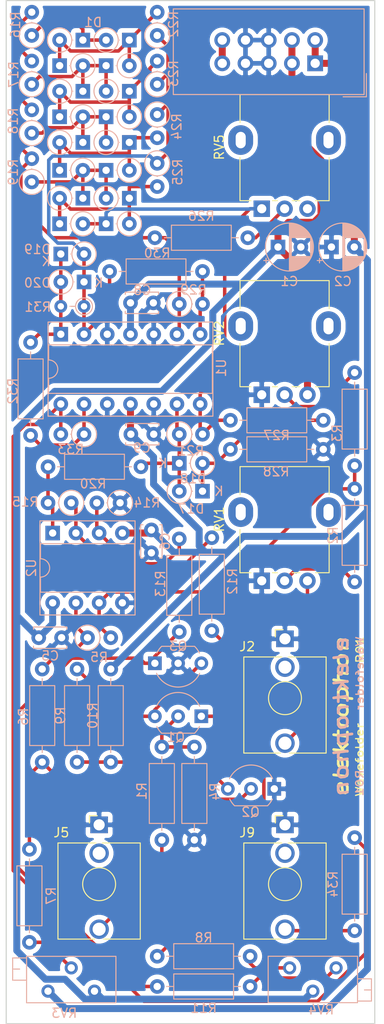
<source format=kicad_pcb>
(kicad_pcb (version 20171130) (host pcbnew "(5.1.4)-1")
  (title_block (title Wavefolder) (date 2020-02-09) (rev R01) (comment 1 "PCB for main circuit") (comment 2 "Original design by Yves Usson") (comment 4 "License CC BY 4.0 - Attribution 4.0 International"))
  (layers (0 F.Cu signal) (31 B.Cu signal) (34 B.Paste user) (35 F.Paste user) (36 B.SilkS user) (37 F.SilkS user) (38 B.Mask user) (39 F.Mask user) (44 Edge.Cuts user))
  (net 0 "")
  (net 1 GND)
  (net 2 +15V)
  (net 3 -15V)
  (net 4 "Net-(D1-Pad2)")
  (net 5 "Net-(D1-Pad1)")
  (net 6 "Net-(D10-Pad1)")
  (net 7 "Net-(D11-Pad1)")
  (net 8 "Net-(D12-Pad1)")
  (net 9 "Net-(D13-Pad1)")
  (net 10 "Net-(D14-Pad1)")
  (net 11 "Net-(D15-Pad1)")
  (net 12 "Net-(D16-Pad1)")
  (net 13 "Net-(D17-Pad2)")
  (net 14 "Net-(D17-Pad1)")
  (net 15 "Net-(D19-Pad2)")
  (net 16 "Net-(D19-Pad1)")
  (net 17 "Net-(J2-PadT)")
  (net 18 "Net-(J5-PadT)")
  (net 19 +5V)
  (net 20 "Net-(J9-PadT)")
  (net 21 "Net-(Q1-Pad1)")
  (net 22 "Net-(Q1-Pad3)")
  (net 23 "Net-(Q1-Pad2)")
  (net 24 "Net-(Q2-Pad3)")
  (net 25 "Net-(Q2-Pad2)")
  (net 26 "Net-(Q3-Pad1)")
  (net 27 "Net-(R2-Pad2)")
  (net 28 "Net-(R2-Pad1)")
  (net 29 "Net-(R3-Pad2)")
  (net 30 "Net-(R5-Pad1)")
  (net 31 "Net-(R7-Pad1)")
  (net 32 "Net-(R8-Pad2)")
  (net 33 "Net-(R11-Pad2)")
  (net 34 "Net-(R12-Pad1)")
  (net 35 "Net-(R13-Pad1)")
  (net 36 "Net-(R15-Pad2)")
  (net 37 "Net-(R16-Pad2)")
  (net 38 "Net-(R26-Pad1)")
  (net 39 "Net-(R32-Pad2)")
  (net 40 "Net-(R33-Pad2)")
  (net 41 "Net-(J2-PadTN)")
  (net 42 "Net-(J5-PadTN)")
  (net 43 "Net-(J9-PadTN)")
  (net 44 "Net-(R29-Pad2)")
  (net 45 "Net-(RV5-Pad3)")
  (module "elektrophon:elektrophon logo" (layer F.Cu) (at 88.4428 128.9812 90)
    (fp_text reference REF** hide)
    (fp_text value "elektrophon logo" hide)
    (fp_text user Wavefolder (at 8.84 1.02 90) (layer B.SilkS) (effects (font (size 0.8 1)) (justify left mirror)))
    (fp_text user R01 (at -8.83 1 90) (layer B.SilkS) (effects (font (size 0.8 1)) (justify right mirror)))
    (fp_text user elektrophon (at 0 -1.016 90) (layer B.SilkS) (effects (font (size 1.5 2) (thickness 0.3) italic) (justify mirror)))
    (fp_text user R01 (at 8.8 1.02 90) (layer F.SilkS) (effects (font (size 0.8 1)) (justify right)))
    (fp_text user Wavefolder (at -8.88 1 90) (layer F.SilkS) (effects (font (size 0.8 1)) (justify left)))
    (fp_text user elektrophon (at 0 -1.016 90) (layer F.SilkS) (effects (font (size 1.5 2) (thickness 0.3) italic)))
  )
  (module Package_TO_SOT_THT:TO-92_Inline_Wide (layer B.Cu) (at 67.056 123.19)
    (fp_text reference Q3 (at 2.54 -1.8796) (layer B.SilkS) (effects (justify mirror)))
    (fp_text value BC547)
    (pad 1 thru_hole rect (at 0 0 270) (size 1.5 1.5) (drill 0.8) (layers *.Cu *.Mask) (net 26 "Net-(Q3-Pad1)"))
    (pad 3 thru_hole circle (at 5.08 0 270) (size 1.5 1.5) (drill 0.8) (layers *.Cu *.Mask) (net 22 "Net-(Q1-Pad3)"))
    (pad 2 thru_hole circle (at 2.54 0 270) (size 1.5 1.5) (drill 0.8) (layers *.Cu *.Mask) (net 1 GND))
  )
  (module Package_TO_SOT_THT:TO-92_Inline_Wide (layer B.Cu) (at 80.1116 136.906 180)
    (fp_text reference Q2 (at 2.5908 -2.54) (layer B.SilkS) (effects (justify mirror)))
    (fp_text value BC547)
    (pad 1 thru_hole rect (at 0 0 90) (size 1.5 1.5) (drill 0.8) (layers *.Cu *.Mask) (net 1 GND))
    (pad 3 thru_hole circle (at 5.08 0 90) (size 1.5 1.5) (drill 0.8) (layers *.Cu *.Mask) (net 24 "Net-(Q2-Pad3)"))
    (pad 2 thru_hole circle (at 2.54 0 90) (size 1.5 1.5) (drill 0.8) (layers *.Cu *.Mask) (net 25 "Net-(Q2-Pad2)"))
  )
  (module Package_TO_SOT_THT:TO-92_Inline_Wide (layer B.Cu) (at 72.136 128.9812 180)
    (fp_text reference Q1 (at 2.794 -2.286) (layer B.SilkS) (effects (justify mirror)))
    (fp_text value BC547)
    (pad 1 thru_hole rect (at 0 0 90) (size 1.5 1.5) (drill 0.8) (layers *.Cu *.Mask) (net 21 "Net-(Q1-Pad1)"))
    (pad 3 thru_hole circle (at 5.08 0 90) (size 1.5 1.5) (drill 0.8) (layers *.Cu *.Mask) (net 22 "Net-(Q1-Pad3)"))
    (pad 2 thru_hole circle (at 2.54 0 90) (size 1.5 1.5) (drill 0.8) (layers *.Cu *.Mask) (net 23 "Net-(Q1-Pad2)"))
  )
  (module Resistor_THT:R_Axial_DIN0207_L6.3mm_D2.5mm_P2.54mm_Vertical (layer B.Cu) (at 63.246 105.664 180)
    (fp_text reference R14 (at -2.9464 0) (layer B.SilkS) (effects (justify mirror)))
    (fp_text value 100k)
    (pad 2 thru_hole oval (at 2.54 0 180) (size 1.6 1.6) (drill 0.8) (layers *.Cu *.Mask) (net 35 "Net-(R13-Pad1)"))
    (pad 1 thru_hole circle (at 0 0 180) (size 1.6 1.6) (drill 0.8) (layers *.Cu *.Mask) (net 1 GND))
  )
  (module elektrophon:Jack_3.5mm_WQP-PJ398SM_Vertical (layer F.Cu) (at 81.28 147.32)
    (fp_text reference J9 (at -4.13 -5.63) (layer F.SilkS))
    (fp_text value OUT)
    (pad TN thru_hole circle (at 0 -3.38 180) (size 2.13 2.13) (drill 1.42) (layers *.Cu *.Mask) (net 43 "Net-(J9-PadTN)"))
    (pad S thru_hole rect (at 0 -6.48 180) (size 1.93 1.83) (drill 1.22) (layers *.Cu *.Mask) (net 1 GND))
    (pad T thru_hole circle (at 0 4.92 180) (size 2.13 2.13) (drill 1.43) (layers *.Cu *.Mask) (net 20 "Net-(J9-PadT)"))
  )
  (module elektrophon:Jack_3.5mm_WQP-PJ398SM_Vertical (layer F.Cu) (at 60.96 147.32)
    (fp_text reference J5 (at -4.13 -5.63) (layer F.SilkS))
    (fp_text value INPUT)
    (pad TN thru_hole circle (at 0 -3.38 180) (size 2.13 2.13) (drill 1.42) (layers *.Cu *.Mask) (net 42 "Net-(J5-PadTN)"))
    (pad S thru_hole rect (at 0 -6.48 180) (size 1.93 1.83) (drill 1.22) (layers *.Cu *.Mask) (net 1 GND))
    (pad T thru_hole circle (at 0 4.92 180) (size 2.13 2.13) (drill 1.43) (layers *.Cu *.Mask) (net 18 "Net-(J5-PadT)"))
  )
  (module elektrophon:Jack_3.5mm_WQP-PJ398SM_Vertical (layer F.Cu) (at 81.28 127)
    (fp_text reference J2 (at -4.13 -5.63) (layer F.SilkS))
    (fp_text value Control)
    (pad TN thru_hole circle (at 0 -3.38 180) (size 2.13 2.13) (drill 1.42) (layers *.Cu *.Mask) (net 41 "Net-(J2-PadTN)"))
    (pad S thru_hole rect (at 0 -6.48 180) (size 1.93 1.83) (drill 1.22) (layers *.Cu *.Mask) (net 1 GND))
    (pad T thru_hole circle (at 0 4.92 180) (size 2.13 2.13) (drill 1.43) (layers *.Cu *.Mask) (net 17 "Net-(J2-PadT)"))
  )
  (module Resistor_THT:R_Axial_DIN0207_L6.3mm_D2.5mm_P2.54mm_Vertical (layer B.Cu) (at 67.31 68.58 270)
    (fp_text reference R25 (at 0.9652 -2.2352 90) (layer B.SilkS) (effects (justify mirror)))
    (fp_text value 15k)
    (pad 2 thru_hole oval (at 2.54 0 270) (size 1.6 1.6) (drill 0.8) (layers *.Cu *.Mask) (net 11 "Net-(D15-Pad1)"))
    (pad 1 thru_hole circle (at 0 0 270) (size 1.6 1.6) (drill 0.8) (layers *.Cu *.Mask) (net 15 "Net-(D19-Pad2)"))
  )
  (module Resistor_THT:R_Axial_DIN0207_L6.3mm_D2.5mm_P2.54mm_Vertical (layer B.Cu) (at 67.31 63.246 270)
    (fp_text reference R24 (at 1.3208 -2.1336 90) (layer B.SilkS) (effects (justify mirror)))
    (fp_text value 15k)
    (pad 2 thru_hole oval (at 2.54 0 270) (size 1.6 1.6) (drill 0.8) (layers *.Cu *.Mask) (net 9 "Net-(D13-Pad1)"))
    (pad 1 thru_hole circle (at 0 0 270) (size 1.6 1.6) (drill 0.8) (layers *.Cu *.Mask) (net 15 "Net-(D19-Pad2)"))
  )
  (module Resistor_THT:R_Axial_DIN0207_L6.3mm_D2.5mm_P2.54mm_Vertical (layer B.Cu) (at 67.31 59.944 90)
    (fp_text reference R23 (at 1.1684 1.778 90) (layer B.SilkS) (effects (justify mirror)))
    (fp_text value 15k)
    (pad 2 thru_hole oval (at 2.54 0 90) (size 1.6 1.6) (drill 0.8) (layers *.Cu *.Mask) (net 7 "Net-(D11-Pad1)"))
    (pad 1 thru_hole circle (at 0 0 90) (size 1.6 1.6) (drill 0.8) (layers *.Cu *.Mask) (net 15 "Net-(D19-Pad2)"))
  )
  (module Resistor_THT:R_Axial_DIN0207_L6.3mm_D2.5mm_P2.54mm_Vertical (layer B.Cu) (at 67.31 54.61 90)
    (fp_text reference R22 (at 1.2192 1.778 90) (layer B.SilkS) (effects (justify mirror)))
    (fp_text value 15k)
    (pad 2 thru_hole oval (at 2.54 0 90) (size 1.6 1.6) (drill 0.8) (layers *.Cu *.Mask) (net 4 "Net-(D1-Pad2)"))
    (pad 1 thru_hole circle (at 0 0 90) (size 1.6 1.6) (drill 0.8) (layers *.Cu *.Mask) (net 15 "Net-(D19-Pad2)"))
  )
  (module Resistor_THT:R_Axial_DIN0207_L6.3mm_D2.5mm_P2.54mm_Vertical (layer B.Cu) (at 53.594 70.612 90)
    (fp_text reference R19 (at 1.0668 -2.032 90) (layer B.SilkS) (effects (justify mirror)))
    (fp_text value 15k)
    (pad 2 thru_hole oval (at 2.54 0 90) (size 1.6 1.6) (drill 0.8) (layers *.Cu *.Mask) (net 37 "Net-(R16-Pad2)"))
    (pad 1 thru_hole circle (at 0 0 90) (size 1.6 1.6) (drill 0.8) (layers *.Cu *.Mask) (net 10 "Net-(D14-Pad1)"))
  )
  (module Resistor_THT:R_Axial_DIN0207_L6.3mm_D2.5mm_P2.54mm_Vertical (layer B.Cu) (at 53.594 65.278 90)
    (fp_text reference R18 (at 1.3208 -2.032 90) (layer B.SilkS) (effects (justify mirror)))
    (fp_text value 15k)
    (pad 2 thru_hole oval (at 2.54 0 90) (size 1.6 1.6) (drill 0.8) (layers *.Cu *.Mask) (net 37 "Net-(R16-Pad2)"))
    (pad 1 thru_hole circle (at 0 0 90) (size 1.6 1.6) (drill 0.8) (layers *.Cu *.Mask) (net 8 "Net-(D12-Pad1)"))
  )
  (module Resistor_THT:R_Axial_DIN0207_L6.3mm_D2.5mm_P2.54mm_Vertical (layer B.Cu) (at 53.594 59.944 90)
    (fp_text reference R17 (at 1.0668 -1.9812 90) (layer B.SilkS) (effects (justify mirror)))
    (fp_text value 15k)
    (pad 2 thru_hole oval (at 2.54 0 90) (size 1.6 1.6) (drill 0.8) (layers *.Cu *.Mask) (net 37 "Net-(R16-Pad2)"))
    (pad 1 thru_hole circle (at 0 0 90) (size 1.6 1.6) (drill 0.8) (layers *.Cu *.Mask) (net 6 "Net-(D10-Pad1)"))
  )
  (module Resistor_THT:R_Axial_DIN0207_L6.3mm_D2.5mm_P2.54mm_Vertical (layer B.Cu) (at 53.594 54.61 90)
    (fp_text reference R16 (at 1.1684 -1.778 90) (layer B.SilkS) (effects (justify mirror)))
    (fp_text value 15k)
    (pad 2 thru_hole oval (at 2.54 0 90) (size 1.6 1.6) (drill 0.8) (layers *.Cu *.Mask) (net 37 "Net-(R16-Pad2)"))
    (pad 1 thru_hole circle (at 0 0 90) (size 1.6 1.6) (drill 0.8) (layers *.Cu *.Mask) (net 5 "Net-(D1-Pad1)"))
  )
  (module Diode_THT:D_DO-35_SOD27_P2.54mm_Vertical_KathodeUp (layer B.Cu) (at 61.722 75.184)
    (fp_text reference D16 hide)
    (fp_text value D)
    (pad 2 thru_hole oval (at 2.54 0) (size 1.6 1.6) (drill 0.8) (layers *.Cu *.Mask) (net 11 "Net-(D15-Pad1)"))
    (pad 1 thru_hole rect (at 0 0) (size 1.6 1.6) (drill 0.8) (layers *.Cu *.Mask) (net 12 "Net-(D16-Pad1)"))
  )
  (module Diode_THT:D_DO-35_SOD27_P2.54mm_Vertical_KathodeUp (layer B.Cu) (at 64.262 72.39 180)
    (fp_text reference D15 hide)
    (fp_text value D)
    (pad 2 thru_hole oval (at 2.54 0 180) (size 1.6 1.6) (drill 0.8) (layers *.Cu *.Mask) (net 10 "Net-(D14-Pad1)"))
    (pad 1 thru_hole rect (at 0 0 180) (size 1.6 1.6) (drill 0.8) (layers *.Cu *.Mask) (net 11 "Net-(D15-Pad1)"))
  )
  (module Diode_THT:D_DO-35_SOD27_P2.54mm_Vertical_KathodeUp (layer B.Cu) (at 61.722 69.342)
    (fp_text reference D14 hide)
    (fp_text value D)
    (pad 2 thru_hole oval (at 2.54 0) (size 1.6 1.6) (drill 0.8) (layers *.Cu *.Mask) (net 9 "Net-(D13-Pad1)"))
    (pad 1 thru_hole rect (at 0 0) (size 1.6 1.6) (drill 0.8) (layers *.Cu *.Mask) (net 10 "Net-(D14-Pad1)"))
  )
  (module Diode_THT:D_DO-35_SOD27_P2.54mm_Vertical_KathodeUp (layer B.Cu) (at 64.262 66.294 180)
    (fp_text reference D13 hide)
    (fp_text value D)
    (pad 2 thru_hole oval (at 2.54 0 180) (size 1.6 1.6) (drill 0.8) (layers *.Cu *.Mask) (net 8 "Net-(D12-Pad1)"))
    (pad 1 thru_hole rect (at 0 0 180) (size 1.6 1.6) (drill 0.8) (layers *.Cu *.Mask) (net 9 "Net-(D13-Pad1)"))
  )
  (module Diode_THT:D_DO-35_SOD27_P2.54mm_Vertical_KathodeUp (layer B.Cu) (at 61.722 63.5)
    (fp_text reference D12 hide)
    (fp_text value D)
    (pad 2 thru_hole oval (at 2.54 0) (size 1.6 1.6) (drill 0.8) (layers *.Cu *.Mask) (net 7 "Net-(D11-Pad1)"))
    (pad 1 thru_hole rect (at 0 0) (size 1.6 1.6) (drill 0.8) (layers *.Cu *.Mask) (net 8 "Net-(D12-Pad1)"))
  )
  (module Diode_THT:D_DO-35_SOD27_P2.54mm_Vertical_KathodeUp (layer B.Cu) (at 64.262 60.706 180)
    (fp_text reference D11 hide)
    (fp_text value D)
    (pad 2 thru_hole oval (at 2.54 0 180) (size 1.6 1.6) (drill 0.8) (layers *.Cu *.Mask) (net 6 "Net-(D10-Pad1)"))
    (pad 1 thru_hole rect (at 0 0 180) (size 1.6 1.6) (drill 0.8) (layers *.Cu *.Mask) (net 7 "Net-(D11-Pad1)"))
  )
  (module Diode_THT:D_DO-35_SOD27_P2.54mm_Vertical_KathodeUp (layer B.Cu) (at 61.722 57.912)
    (fp_text reference D10 hide)
    (fp_text value D)
    (pad 2 thru_hole oval (at 2.54 0) (size 1.6 1.6) (drill 0.8) (layers *.Cu *.Mask) (net 4 "Net-(D1-Pad2)"))
    (pad 1 thru_hole rect (at 0 0) (size 1.6 1.6) (drill 0.8) (layers *.Cu *.Mask) (net 6 "Net-(D10-Pad1)"))
  )
  (module Diode_THT:D_DO-35_SOD27_P2.54mm_Vertical_KathodeUp (layer B.Cu) (at 64.262 55.118 180)
    (fp_text reference D9 hide)
    (fp_text value D)
    (pad 2 thru_hole oval (at 2.54 0 180) (size 1.6 1.6) (drill 0.8) (layers *.Cu *.Mask) (net 5 "Net-(D1-Pad1)"))
    (pad 1 thru_hole rect (at 0 0 180) (size 1.6 1.6) (drill 0.8) (layers *.Cu *.Mask) (net 4 "Net-(D1-Pad2)"))
  )
  (module Diode_THT:D_DO-35_SOD27_P2.54mm_Vertical_KathodeUp (layer B.Cu) (at 56.642 75.184)
    (fp_text reference D8 hide)
    (fp_text value D)
    (pad 2 thru_hole oval (at 2.54 0) (size 1.6 1.6) (drill 0.8) (layers *.Cu *.Mask) (net 12 "Net-(D16-Pad1)"))
    (pad 1 thru_hole rect (at 0 0) (size 1.6 1.6) (drill 0.8) (layers *.Cu *.Mask) (net 11 "Net-(D15-Pad1)"))
  )
  (module Diode_THT:D_DO-35_SOD27_P2.54mm_Vertical_KathodeUp (layer B.Cu) (at 59.182 72.39 180)
    (fp_text reference D7 hide)
    (fp_text value D)
    (pad 2 thru_hole oval (at 2.54 0 180) (size 1.6 1.6) (drill 0.8) (layers *.Cu *.Mask) (net 11 "Net-(D15-Pad1)"))
    (pad 1 thru_hole rect (at 0 0 180) (size 1.6 1.6) (drill 0.8) (layers *.Cu *.Mask) (net 10 "Net-(D14-Pad1)"))
  )
  (module Diode_THT:D_DO-35_SOD27_P2.54mm_Vertical_KathodeUp (layer B.Cu) (at 56.642 69.342)
    (fp_text reference D6 hide)
    (fp_text value D)
    (pad 2 thru_hole oval (at 2.54 0) (size 1.6 1.6) (drill 0.8) (layers *.Cu *.Mask) (net 10 "Net-(D14-Pad1)"))
    (pad 1 thru_hole rect (at 0 0) (size 1.6 1.6) (drill 0.8) (layers *.Cu *.Mask) (net 9 "Net-(D13-Pad1)"))
  )
  (module Diode_THT:D_DO-35_SOD27_P2.54mm_Vertical_KathodeUp (layer B.Cu) (at 59.182 66.294 180)
    (fp_text reference D5 hide)
    (fp_text value D)
    (pad 2 thru_hole oval (at 2.54 0 180) (size 1.6 1.6) (drill 0.8) (layers *.Cu *.Mask) (net 9 "Net-(D13-Pad1)"))
    (pad 1 thru_hole rect (at 0 0 180) (size 1.6 1.6) (drill 0.8) (layers *.Cu *.Mask) (net 8 "Net-(D12-Pad1)"))
  )
  (module Diode_THT:D_DO-35_SOD27_P2.54mm_Vertical_KathodeUp (layer B.Cu) (at 56.642 63.5)
    (fp_text reference D4 hide)
    (fp_text value D)
    (pad 2 thru_hole oval (at 2.54 0) (size 1.6 1.6) (drill 0.8) (layers *.Cu *.Mask) (net 8 "Net-(D12-Pad1)"))
    (pad 1 thru_hole rect (at 0 0) (size 1.6 1.6) (drill 0.8) (layers *.Cu *.Mask) (net 7 "Net-(D11-Pad1)"))
  )
  (module Diode_THT:D_DO-35_SOD27_P2.54mm_Vertical_KathodeUp (layer B.Cu) (at 59.182 60.706 180)
    (fp_text reference D3 hide)
    (fp_text value D)
    (pad 2 thru_hole oval (at 2.54 0 180) (size 1.6 1.6) (drill 0.8) (layers *.Cu *.Mask) (net 7 "Net-(D11-Pad1)"))
    (pad 1 thru_hole rect (at 0 0 180) (size 1.6 1.6) (drill 0.8) (layers *.Cu *.Mask) (net 6 "Net-(D10-Pad1)"))
  )
  (module Diode_THT:D_DO-35_SOD27_P2.54mm_Vertical_KathodeUp (layer B.Cu) (at 56.642 57.912)
    (fp_text reference D2 hide)
    (fp_text value D)
    (pad 2 thru_hole oval (at 2.54 0) (size 1.6 1.6) (drill 0.8) (layers *.Cu *.Mask) (net 6 "Net-(D10-Pad1)"))
    (pad 1 thru_hole rect (at 0 0) (size 1.6 1.6) (drill 0.8) (layers *.Cu *.Mask) (net 4 "Net-(D1-Pad2)"))
  )
  (module Diode_THT:D_DO-35_SOD27_P2.54mm_Vertical_KathodeUp (layer B.Cu) (at 59.182 55.118 180)
    (fp_text reference D1 (at -1.1176 1.9304) (layer B.SilkS) (effects (justify mirror)))
    (fp_text value D)
    (pad 2 thru_hole oval (at 2.54 0 180) (size 1.6 1.6) (drill 0.8) (layers *.Cu *.Mask) (net 4 "Net-(D1-Pad2)"))
    (pad 1 thru_hole rect (at 0 0 180) (size 1.6 1.6) (drill 0.8) (layers *.Cu *.Mask) (net 5 "Net-(D1-Pad1)"))
  )
  (module Resistor_THT:R_Axial_DIN0207_L6.3mm_D2.5mm_P2.54mm_Vertical (layer B.Cu) (at 59.69 120.396)
    (fp_text reference R5 (at 1.27 2.1336) (layer B.SilkS) (effects (justify mirror)))
    (fp_text value 100k)
    (pad 2 thru_hole oval (at 2.54 0) (size 1.6 1.6) (drill 0.8) (layers *.Cu *.Mask) (net 28 "Net-(R2-Pad1)"))
    (pad 1 thru_hole circle (at 0 0) (size 1.6 1.6) (drill 0.8) (layers *.Cu *.Mask) (net 30 "Net-(R5-Pad1)"))
  )
  (module Resistor_THT:R_Axial_DIN0207_L6.3mm_D2.5mm_P2.54mm_Vertical (layer B.Cu) (at 57.912 105.664 180)
    (fp_text reference R15 (at 5.0292 0.1016) (layer B.SilkS) (effects (justify mirror)))
    (fp_text value 100k)
    (pad 2 thru_hole oval (at 2.54 0 180) (size 1.6 1.6) (drill 0.8) (layers *.Cu *.Mask) (net 36 "Net-(R15-Pad2)"))
    (pad 1 thru_hole circle (at 0 0 180) (size 1.6 1.6) (drill 0.8) (layers *.Cu *.Mask) (net 34 "Net-(R12-Pad1)"))
  )
  (module Resistor_THT:R_Axial_DIN0207_L6.3mm_D2.5mm_P2.54mm_Vertical (layer B.Cu) (at 69.723 98.171)
    (fp_text reference R21 (at 1.27 1.8034) (layer B.SilkS) (effects (justify mirror)))
    (fp_text value 100k)
    (pad 2 thru_hole oval (at 2.54 0) (size 1.6 1.6) (drill 0.8) (layers *.Cu *.Mask) (net 12 "Net-(D16-Pad1)"))
    (pad 1 thru_hole circle (at 0 0) (size 1.6 1.6) (drill 0.8) (layers *.Cu *.Mask) (net 13 "Net-(D17-Pad2)"))
  )
  (module Resistor_THT:R_Axial_DIN0204_L3.6mm_D1.6mm_P2.54mm_Vertical (layer B.Cu) (at 59.309 84.201 180)
    (fp_text reference R31 (at 5.0546 -0.0762) (layer B.SilkS) (effects (justify mirror)))
    (fp_text value 56k)
    (pad 2 thru_hole oval (at 2.54 0 180) (size 1.4 1.4) (drill 0.7) (layers *.Cu *.Mask) (net 16 "Net-(D19-Pad1)"))
    (pad 1 thru_hole circle (at 0 0 180) (size 1.4 1.4) (drill 0.7) (layers *.Cu *.Mask) (net 15 "Net-(D19-Pad2)"))
  )
  (module Diode_THT:D_DO-35_SOD27_P2.54mm_Vertical_KathodeUp (layer B.Cu) (at 69.723 101.346)
    (fp_text reference D18 (at 1.4986 1.6764) (layer B.SilkS) (effects (justify mirror)))
    (fp_text value D)
    (fp_text user K (at -1.8 0) (layer B.SilkS) (effects (justify mirror)))
    (pad 2 thru_hole oval (at 2.54 0) (size 1.6 1.6) (drill 0.8) (layers *.Cu *.Mask) (net 14 "Net-(D17-Pad1)"))
    (pad 1 thru_hole rect (at 0 0) (size 1.6 1.6) (drill 0.8) (layers *.Cu *.Mask) (net 13 "Net-(D17-Pad2)"))
  )
  (module Diode_THT:D_DO-35_SOD27_P2.54mm_Vertical_KathodeUp (layer B.Cu) (at 72.263 104.394 180)
    (fp_text reference D17 (at 1.2446 -1.9304) (layer B.SilkS) (effects (justify mirror)))
    (fp_text value D)
    (fp_text user K (at -1.8 0) (layer B.SilkS) (effects (justify mirror)))
    (pad 2 thru_hole oval (at 2.54 0 180) (size 1.6 1.6) (drill 0.8) (layers *.Cu *.Mask) (net 13 "Net-(D17-Pad2)"))
    (pad 1 thru_hole rect (at 0 0 180) (size 1.6 1.6) (drill 0.8) (layers *.Cu *.Mask) (net 14 "Net-(D17-Pad1)"))
  )
  (module Resistor_THT:R_Axial_DIN0207_L6.3mm_D2.5mm_P2.54mm_Vertical (layer B.Cu) (at 69.723 83.947)
    (fp_text reference R29 (at 1.5494 -1.5494) (layer B.SilkS) (effects (justify mirror)))
    (fp_text value 5k6)
    (pad 2 thru_hole oval (at 2.54 0) (size 1.6 1.6) (drill 0.8) (layers *.Cu *.Mask) (net 44 "Net-(R29-Pad2)"))
    (pad 1 thru_hole circle (at 0 0) (size 1.6 1.6) (drill 0.8) (layers *.Cu *.Mask) (net 37 "Net-(R16-Pad2)"))
  )
  (module Resistor_THT:R_Axial_DIN0207_L6.3mm_D2.5mm_P2.54mm_Vertical (layer B.Cu) (at 59.309 98.171 180)
    (fp_text reference R33 (at 1.4478 -1.651) (layer B.SilkS) (effects (justify mirror)))
    (fp_text value 56k)
    (pad 2 thru_hole oval (at 2.54 0 180) (size 1.6 1.6) (drill 0.8) (layers *.Cu *.Mask) (net 40 "Net-(R33-Pad2)"))
    (pad 1 thru_hole circle (at 0 0 180) (size 1.6 1.6) (drill 0.8) (layers *.Cu *.Mask) (net 39 "Net-(R32-Pad2)"))
  )
  (module Diode_THT:D_DO-35_SOD27_P2.54mm_Vertical_KathodeUp (layer B.Cu) (at 59.309 81.534 180)
    (fp_text reference D20 (at 5.1054 -0.1016) (layer B.SilkS) (effects (justify mirror)))
    (fp_text value D)
    (fp_text user K (at -1.6002 -0.1016) (layer B.SilkS) (effects (justify mirror)))
    (pad 2 thru_hole oval (at 2.54 0 180) (size 1.6 1.6) (drill 0.8) (layers *.Cu *.Mask) (net 16 "Net-(D19-Pad1)"))
    (pad 1 thru_hole rect (at 0 0 180) (size 1.6 1.6) (drill 0.8) (layers *.Cu *.Mask) (net 15 "Net-(D19-Pad2)"))
  )
  (module Diode_THT:D_DO-35_SOD27_P2.54mm_Vertical_KathodeUp (layer B.Cu) (at 56.769 78.486)
    (fp_text reference D19 (at -2.5654 -0.508) (layer B.SilkS) (effects (justify mirror)))
    (fp_text value D)
    (fp_text user K (at -1.6002 0.8128) (layer B.SilkS) (effects (justify mirror)))
    (pad 2 thru_hole oval (at 2.54 0) (size 1.6 1.6) (drill 0.8) (layers *.Cu *.Mask) (net 15 "Net-(D19-Pad2)"))
    (pad 1 thru_hole rect (at 0 0) (size 1.6 1.6) (drill 0.8) (layers *.Cu *.Mask) (net 16 "Net-(D19-Pad1)"))
  )
  (module Package_DIP:DIP-14_W7.62mm_Socket (layer B.Cu) (at 56.769 87.249 270)
    (fp_text reference U1 (at 3.683 -17.5514 90) (layer B.SilkS) (effects (justify mirror)))
    (fp_text value TL074)
    (pad 14 thru_hole oval (at 7.62 0 270) (size 1.6 1.6) (drill 0.8) (layers *.Cu *.Mask) (net 40 "Net-(R33-Pad2)"))
    (pad 7 thru_hole oval (at 0 -15.24 270) (size 1.6 1.6) (drill 0.8) (layers *.Cu *.Mask) (net 44 "Net-(R29-Pad2)"))
    (pad 13 thru_hole oval (at 7.62 -2.54 270) (size 1.6 1.6) (drill 0.8) (layers *.Cu *.Mask) (net 39 "Net-(R32-Pad2)"))
    (pad 6 thru_hole oval (at 0 -12.7 270) (size 1.6 1.6) (drill 0.8) (layers *.Cu *.Mask) (net 37 "Net-(R16-Pad2)"))
    (pad 12 thru_hole oval (at 7.62 -5.08 270) (size 1.6 1.6) (drill 0.8) (layers *.Cu *.Mask) (net 1 GND))
    (pad 5 thru_hole oval (at 0 -10.16 270) (size 1.6 1.6) (drill 0.8) (layers *.Cu *.Mask) (net 1 GND))
    (pad 11 thru_hole oval (at 7.62 -7.62 270) (size 1.6 1.6) (drill 0.8) (layers *.Cu *.Mask) (net 3 -15V))
    (pad 4 thru_hole oval (at 0 -7.62 270) (size 1.6 1.6) (drill 0.8) (layers *.Cu *.Mask) (net 2 +15V))
    (pad 10 thru_hole oval (at 7.62 -10.16 270) (size 1.6 1.6) (drill 0.8) (layers *.Cu *.Mask) (net 1 GND))
    (pad 3 thru_hole oval (at 0 -5.08 270) (size 1.6 1.6) (drill 0.8) (layers *.Cu *.Mask) (net 1 GND))
    (pad 9 thru_hole oval (at 7.62 -12.7 270) (size 1.6 1.6) (drill 0.8) (layers *.Cu *.Mask) (net 13 "Net-(D17-Pad2)"))
    (pad 2 thru_hole oval (at 0 -2.54 270) (size 1.6 1.6) (drill 0.8) (layers *.Cu *.Mask) (net 15 "Net-(D19-Pad2)"))
    (pad 8 thru_hole oval (at 7.62 -15.24 270) (size 1.6 1.6) (drill 0.8) (layers *.Cu *.Mask) (net 12 "Net-(D16-Pad1)"))
    (pad 1 thru_hole rect (at 0 0 270) (size 1.6 1.6) (drill 0.8) (layers *.Cu *.Mask) (net 16 "Net-(D19-Pad1)"))
  )
  (module Package_DIP:DIP-8_W7.62mm_Socket (layer B.Cu) (at 55.88 108.966 270)
    (fp_text reference U2 (at 3.81 2.33 90) (layer B.SilkS) (effects (justify mirror)))
    (fp_text value TL072)
    (pad 8 thru_hole oval (at 7.62 0 270) (size 1.6 1.6) (drill 0.8) (layers *.Cu *.Mask) (net 2 +15V))
    (pad 4 thru_hole oval (at 0 -7.62 270) (size 1.6 1.6) (drill 0.8) (layers *.Cu *.Mask) (net 3 -15V))
    (pad 7 thru_hole oval (at 7.62 -2.54 270) (size 1.6 1.6) (drill 0.8) (layers *.Cu *.Mask) (net 30 "Net-(R5-Pad1)"))
    (pad 3 thru_hole oval (at 0 -5.08 270) (size 1.6 1.6) (drill 0.8) (layers *.Cu *.Mask) (net 35 "Net-(R13-Pad1)"))
    (pad 6 thru_hole oval (at 7.62 -5.08 270) (size 1.6 1.6) (drill 0.8) (layers *.Cu *.Mask) (net 28 "Net-(R2-Pad1)"))
    (pad 2 thru_hole oval (at 0 -2.54 270) (size 1.6 1.6) (drill 0.8) (layers *.Cu *.Mask) (net 34 "Net-(R12-Pad1)"))
    (pad 5 thru_hole oval (at 7.62 -7.62 270) (size 1.6 1.6) (drill 0.8) (layers *.Cu *.Mask) (net 1 GND))
    (pad 1 thru_hole rect (at 0 0 270) (size 1.6 1.6) (drill 0.8) (layers *.Cu *.Mask) (net 36 "Net-(R15-Pad2)"))
  )
  (module elektrophon:Potentiometer_Alpha_RD901F-40-00D_Single_Vertical (layer F.Cu) (at 81.28 66.04 90)
    (fp_text reference RV5 (at -0.79 -7.18 270) (layer F.SilkS))
    (fp_text value 47k)
    (pad "" thru_hole oval (at 0 -4.84 180) (size 2.72 3.24) (drill oval 1.1 1.8) (layers *.Cu *.Mask))
    (pad "" thru_hole oval (at 0 4.76 180) (size 2.72 3.24) (drill oval 1.1 1.8) (layers *.Cu *.Mask))
    (pad 3 thru_hole circle (at -7.5 2.46 180) (size 1.8 1.8) (drill 1) (layers *.Cu *.Mask) (net 45 "Net-(RV5-Pad3)"))
    (pad 2 thru_hole circle (at -7.5 -0.04 180) (size 1.8 1.8) (drill 1) (layers *.Cu *.Mask) (net 38 "Net-(R26-Pad1)"))
    (pad 1 thru_hole rect (at -7.5 -2.54 180) (size 1.8 1.8) (drill 1) (layers *.Cu *.Mask) (net 12 "Net-(D16-Pad1)"))
  )
  (module Potentiometer_THT:Potentiometer_Bourns_3296Z_Horizontal (layer B.Cu) (at 81.788 156.464 180)
    (fp_text reference RV4 (at -3.4544 -4.572) (layer B.SilkS) (effects (justify mirror)))
    (fp_text value 1k)
    (pad 3 thru_hole circle (at -5.08 0 180) (size 1.44 1.44) (drill 0.8) (layers *.Cu *.Mask) (net 33 "Net-(R11-Pad2)"))
    (pad 2 thru_hole circle (at -2.54 -2.54 180) (size 1.44 1.44) (drill 0.8) (layers *.Cu *.Mask) (net 2 +15V))
    (pad 1 thru_hole circle (at 0 0 180) (size 1.44 1.44) (drill 0.8) (layers *.Cu *.Mask) (net 32 "Net-(R8-Pad2)"))
  )
  (module Potentiometer_THT:Potentiometer_Bourns_3296Z_Horizontal (layer B.Cu) (at 60.452 159.004)
    (fp_text reference RV3 (at -3.3 2.4) (layer B.SilkS) (effects (justify mirror)))
    (fp_text value 50k)
    (pad 3 thru_hole circle (at -5.08 0) (size 1.44 1.44) (drill 0.8) (layers *.Cu *.Mask) (net 3 -15V))
    (pad 2 thru_hole circle (at -2.54 -2.54) (size 1.44 1.44) (drill 0.8) (layers *.Cu *.Mask) (net 31 "Net-(R7-Pad1)"))
    (pad 1 thru_hole circle (at 0 0) (size 1.44 1.44) (drill 0.8) (layers *.Cu *.Mask) (net 2 +15V))
  )
  (module elektrophon:Potentiometer_Alpha_RD901F-40-00D_Single_Vertical (layer F.Cu) (at 81.28 86.36 90)
    (fp_text reference RV2 (at -0.79 -7.18 270) (layer F.SilkS))
    (fp_text value 100k)
    (pad "" thru_hole oval (at 0 -4.84 180) (size 2.72 3.24) (drill oval 1.1 1.8) (layers *.Cu *.Mask))
    (pad "" thru_hole oval (at 0 4.76 180) (size 2.72 3.24) (drill oval 1.1 1.8) (layers *.Cu *.Mask))
    (pad 3 thru_hole circle (at -7.5 2.46 180) (size 1.8 1.8) (drill 1) (layers *.Cu *.Mask) (net 2 +15V))
    (pad 2 thru_hole circle (at -7.5 -0.04 180) (size 1.8 1.8) (drill 1) (layers *.Cu *.Mask) (net 29 "Net-(R3-Pad2)"))
    (pad 1 thru_hole rect (at -7.5 -2.54 180) (size 1.8 1.8) (drill 1) (layers *.Cu *.Mask) (net 1 GND))
  )
  (module elektrophon:Potentiometer_Alpha_RD901F-40-00D_Single_Vertical (layer F.Cu) (at 81.28 106.68 90)
    (fp_text reference RV1 (at -0.79 -7.18 270) (layer F.SilkS))
    (fp_text value 100k)
    (pad "" thru_hole oval (at 0 -4.84 180) (size 2.72 3.24) (drill oval 1.1 1.8) (layers *.Cu *.Mask))
    (pad "" thru_hole oval (at 0 4.76 180) (size 2.72 3.24) (drill oval 1.1 1.8) (layers *.Cu *.Mask))
    (pad 3 thru_hole circle (at -7.5 2.46 180) (size 1.8 1.8) (drill 1) (layers *.Cu *.Mask) (net 17 "Net-(J2-PadT)"))
    (pad 2 thru_hole circle (at -7.5 -0.04 180) (size 1.8 1.8) (drill 1) (layers *.Cu *.Mask) (net 27 "Net-(R2-Pad2)"))
    (pad 1 thru_hole rect (at -7.5 -2.54 180) (size 1.8 1.8) (drill 1) (layers *.Cu *.Mask) (net 1 GND))
  )
  (module Resistor_THT:R_Axial_DIN0207_L6.3mm_D2.5mm_P10.16mm_Horizontal (layer B.Cu) (at 88.9 142.24 270)
    (fp_text reference R34 (at 5.08 2.37 90) (layer B.SilkS) (effects (justify mirror)))
    (fp_text value 470)
    (pad 2 thru_hole oval (at 10.16 0 270) (size 1.6 1.6) (drill 0.8) (layers *.Cu *.Mask) (net 20 "Net-(J9-PadT)"))
    (pad 1 thru_hole circle (at 0 0 270) (size 1.6 1.6) (drill 0.8) (layers *.Cu *.Mask) (net 40 "Net-(R33-Pad2)"))
  )
  (module Resistor_THT:R_Axial_DIN0207_L6.3mm_D2.5mm_P10.16mm_Horizontal (layer B.Cu) (at 53.467 88.138 270)
    (fp_text reference R32 (at 5.334 1.9558 90) (layer B.SilkS) (effects (justify mirror)))
    (fp_text value 6k8)
    (pad 2 thru_hole oval (at 10.16 0 270) (size 1.6 1.6) (drill 0.8) (layers *.Cu *.Mask) (net 39 "Net-(R32-Pad2)"))
    (pad 1 thru_hole circle (at 0 0 270) (size 1.6 1.6) (drill 0.8) (layers *.Cu *.Mask) (net 16 "Net-(D19-Pad1)"))
  )
  (module Resistor_THT:R_Axial_DIN0207_L6.3mm_D2.5mm_P10.16mm_Horizontal (layer B.Cu) (at 72.263 80.391 180)
    (fp_text reference R30 (at 4.953 2.0066) (layer B.SilkS) (effects (justify mirror)))
    (fp_text value 5k6)
    (pad 2 thru_hole oval (at 10.16 0 180) (size 1.6 1.6) (drill 0.8) (layers *.Cu *.Mask) (net 15 "Net-(D19-Pad2)"))
    (pad 1 thru_hole circle (at 0 0 180) (size 1.6 1.6) (drill 0.8) (layers *.Cu *.Mask) (net 44 "Net-(R29-Pad2)"))
  )
  (module Resistor_THT:R_Axial_DIN0207_L6.3mm_D2.5mm_P10.16mm_Horizontal (layer B.Cu) (at 85.471 99.822 180)
    (fp_text reference R28 (at 5.1562 -2.4384) (layer B.SilkS) (effects (justify mirror)))
    (fp_text value 2k7)
    (pad 2 thru_hole oval (at 10.16 0 180) (size 1.6 1.6) (drill 0.8) (layers *.Cu *.Mask) (net 14 "Net-(D17-Pad1)"))
    (pad 1 thru_hole circle (at 0 0 180) (size 1.6 1.6) (drill 0.8) (layers *.Cu *.Mask) (net 1 GND))
  )
  (module Resistor_THT:R_Axial_DIN0207_L6.3mm_D2.5mm_P10.16mm_Horizontal (layer B.Cu) (at 75.311 96.647)
    (fp_text reference R27 (at 5.0546 1.651) (layer B.SilkS) (effects (justify mirror)))
    (fp_text value 33k)
    (pad 2 thru_hole oval (at 10.16 0) (size 1.6 1.6) (drill 0.8) (layers *.Cu *.Mask) (net 14 "Net-(D17-Pad1)"))
    (pad 1 thru_hole circle (at 0 0) (size 1.6 1.6) (drill 0.8) (layers *.Cu *.Mask) (net 12 "Net-(D16-Pad1)"))
  )
  (module Resistor_THT:R_Axial_DIN0207_L6.3mm_D2.5mm_P10.16mm_Horizontal (layer B.Cu) (at 77.216 76.708 180)
    (fp_text reference R26 (at 5.08 2.37) (layer B.SilkS) (effects (justify mirror)))
    (fp_text value 27k)
    (pad 2 thru_hole oval (at 10.16 0 180) (size 1.6 1.6) (drill 0.8) (layers *.Cu *.Mask) (net 37 "Net-(R16-Pad2)"))
    (pad 1 thru_hole circle (at 0 0 180) (size 1.6 1.6) (drill 0.8) (layers *.Cu *.Mask) (net 38 "Net-(R26-Pad1)"))
  )
  (module Resistor_THT:R_Axial_DIN0207_L6.3mm_D2.5mm_P10.16mm_Horizontal (layer B.Cu) (at 55.372 101.727)
    (fp_text reference R20 (at 4.9276 1.8542) (layer B.SilkS) (effects (justify mirror)))
    (fp_text value 100k)
    (pad 2 thru_hole oval (at 10.16 0) (size 1.6 1.6) (drill 0.8) (layers *.Cu *.Mask) (net 13 "Net-(D17-Pad2)"))
    (pad 1 thru_hole circle (at 0 0) (size 1.6 1.6) (drill 0.8) (layers *.Cu *.Mask) (net 36 "Net-(R15-Pad2)"))
  )
  (module Resistor_THT:R_Axial_DIN0207_L6.3mm_D2.5mm_P10.16mm_Horizontal (layer B.Cu) (at 69.723 109.601 270)
    (fp_text reference R13 (at 4.9022 2.0574 90) (layer B.SilkS) (effects (justify mirror)))
    (fp_text value 10k)
    (pad 2 thru_hole oval (at 10.16 0 270) (size 1.6 1.6) (drill 0.8) (layers *.Cu *.Mask) (net 26 "Net-(Q3-Pad1)"))
    (pad 1 thru_hole circle (at 0 0 270) (size 1.6 1.6) (drill 0.8) (layers *.Cu *.Mask) (net 35 "Net-(R13-Pad1)"))
  )
  (module Resistor_THT:R_Axial_DIN0207_L6.3mm_D2.5mm_P10.16mm_Horizontal (layer B.Cu) (at 73.279 109.474 270)
    (fp_text reference R12 (at 4.7752 -2.2606 90) (layer B.SilkS) (effects (justify mirror)))
    (fp_text value 10k)
    (pad 2 thru_hole oval (at 10.16 0 270) (size 1.6 1.6) (drill 0.8) (layers *.Cu *.Mask) (net 21 "Net-(Q1-Pad1)"))
    (pad 1 thru_hole circle (at 0 0 270) (size 1.6 1.6) (drill 0.8) (layers *.Cu *.Mask) (net 34 "Net-(R12-Pad1)"))
  )
  (module Resistor_THT:R_Axial_DIN0207_L6.3mm_D2.5mm_P10.16mm_Horizontal (layer B.Cu) (at 67.31 158.496)
    (fp_text reference R11 (at 5.08 2.37) (layer B.SilkS) (effects (justify mirror)))
    (fp_text value 15k)
    (pad 2 thru_hole oval (at 10.16 0) (size 1.6 1.6) (drill 0.8) (layers *.Cu *.Mask) (net 33 "Net-(R11-Pad2)"))
    (pad 1 thru_hole circle (at 0 0) (size 1.6 1.6) (drill 0.8) (layers *.Cu *.Mask) (net 26 "Net-(Q3-Pad1)"))
  )
  (module Resistor_THT:R_Axial_DIN0207_L6.3mm_D2.5mm_P10.16mm_Horizontal (layer B.Cu) (at 62.23 123.825 270)
    (fp_text reference R10 (at 5.08 1.9812 90) (layer B.SilkS) (effects (justify mirror)))
    (fp_text value 15k)
    (pad 2 thru_hole oval (at 10.16 0 270) (size 1.6 1.6) (drill 0.8) (layers *.Cu *.Mask) (net 24 "Net-(Q2-Pad3)"))
    (pad 1 thru_hole circle (at 0 0 270) (size 1.6 1.6) (drill 0.8) (layers *.Cu *.Mask) (net 3 -15V))
  )
  (module Resistor_THT:R_Axial_DIN0207_L6.3mm_D2.5mm_P10.16mm_Horizontal (layer B.Cu) (at 58.547 133.985 90)
    (fp_text reference R9 (at 5.08 -1.8034 90) (layer B.SilkS) (effects (justify mirror)))
    (fp_text value 33k)
    (pad 2 thru_hole oval (at 10.16 0 90) (size 1.6 1.6) (drill 0.8) (layers *.Cu *.Mask) (net 22 "Net-(Q1-Pad3)"))
    (pad 1 thru_hole circle (at 0 0 90) (size 1.6 1.6) (drill 0.8) (layers *.Cu *.Mask) (net 24 "Net-(Q2-Pad3)"))
  )
  (module Resistor_THT:R_Axial_DIN0207_L6.3mm_D2.5mm_P10.16mm_Horizontal (layer B.Cu) (at 67.31 155.194)
    (fp_text reference R8 (at 5.08 -2.032) (layer B.SilkS) (effects (justify mirror)))
    (fp_text value 15k)
    (pad 2 thru_hole oval (at 10.16 0) (size 1.6 1.6) (drill 0.8) (layers *.Cu *.Mask) (net 32 "Net-(R8-Pad2)"))
    (pad 1 thru_hole circle (at 0 0) (size 1.6 1.6) (drill 0.8) (layers *.Cu *.Mask) (net 21 "Net-(Q1-Pad1)"))
  )
  (module Resistor_THT:R_Axial_DIN0207_L6.3mm_D2.5mm_P10.16mm_Horizontal (layer B.Cu) (at 53.34 153.67 90)
    (fp_text reference R7 (at 5.08 2.37 90) (layer B.SilkS) (effects (justify mirror)))
    (fp_text value 22k)
    (pad 2 thru_hole oval (at 10.16 0 90) (size 1.6 1.6) (drill 0.8) (layers *.Cu *.Mask) (net 25 "Net-(Q2-Pad2)"))
    (pad 1 thru_hole circle (at 0 0 90) (size 1.6 1.6) (drill 0.8) (layers *.Cu *.Mask) (net 31 "Net-(R7-Pad1)"))
  )
  (module Resistor_THT:R_Axial_DIN0207_L6.3mm_D2.5mm_P10.16mm_Horizontal (layer B.Cu) (at 54.737 133.985 90)
    (fp_text reference R6 (at 4.953 -2.0574 90) (layer B.SilkS) (effects (justify mirror)))
    (fp_text value 22k)
    (pad 2 thru_hole oval (at 10.16 0 90) (size 1.6 1.6) (drill 0.8) (layers *.Cu *.Mask) (net 30 "Net-(R5-Pad1)"))
    (pad 1 thru_hole circle (at 0 0 90) (size 1.6 1.6) (drill 0.8) (layers *.Cu *.Mask) (net 25 "Net-(Q2-Pad2)"))
  )
  (module Resistor_THT:R_Axial_DIN0207_L6.3mm_D2.5mm_P10.16mm_Horizontal (layer B.Cu) (at 71.374 142.494 90)
    (fp_text reference R4 (at 5.2832 2.2352 90) (layer B.SilkS) (effects (justify mirror)))
    (fp_text value 680)
    (pad 2 thru_hole oval (at 10.16 0 90) (size 1.6 1.6) (drill 0.8) (layers *.Cu *.Mask) (net 23 "Net-(Q1-Pad2)"))
    (pad 1 thru_hole circle (at 0 0 90) (size 1.6 1.6) (drill 0.8) (layers *.Cu *.Mask) (net 1 GND))
  )
  (module Resistor_THT:R_Axial_DIN0207_L6.3mm_D2.5mm_P10.16mm_Horizontal (layer B.Cu) (at 88.9 101.6 90)
    (fp_text reference R3 (at 3.556 -1.9304 90) (layer B.SilkS) (effects (justify mirror)))
    (fp_text value 100k)
    (pad 2 thru_hole oval (at 10.16 0 90) (size 1.6 1.6) (drill 0.8) (layers *.Cu *.Mask) (net 29 "Net-(R3-Pad2)"))
    (pad 1 thru_hole circle (at 0 0 90) (size 1.6 1.6) (drill 0.8) (layers *.Cu *.Mask) (net 28 "Net-(R2-Pad1)"))
  )
  (module Resistor_THT:R_Axial_DIN0207_L6.3mm_D2.5mm_P10.16mm_Horizontal (layer B.Cu) (at 88.9 104.14 270)
    (fp_text reference R2 (at 5.08 2.37 90) (layer B.SilkS) (effects (justify mirror)))
    (fp_text value 68k)
    (pad 2 thru_hole oval (at 10.16 0 270) (size 1.6 1.6) (drill 0.8) (layers *.Cu *.Mask) (net 27 "Net-(R2-Pad2)"))
    (pad 1 thru_hole circle (at 0 0 270) (size 1.6 1.6) (drill 0.8) (layers *.Cu *.Mask) (net 28 "Net-(R2-Pad1)"))
  )
  (module Resistor_THT:R_Axial_DIN0207_L6.3mm_D2.5mm_P10.16mm_Horizontal (layer B.Cu) (at 67.818 132.334 270)
    (fp_text reference R1 (at 4.826 2.1844 90) (layer B.SilkS) (effects (justify mirror)))
    (fp_text value 100k)
    (pad 2 thru_hole oval (at 10.16 0 270) (size 1.6 1.6) (drill 0.8) (layers *.Cu *.Mask) (net 18 "Net-(J5-PadT)"))
    (pad 1 thru_hole circle (at 0 0 270) (size 1.6 1.6) (drill 0.8) (layers *.Cu *.Mask) (net 23 "Net-(Q1-Pad2)"))
  )
  (module Connector_IDC:IDC-Header_2x05_P2.54mm_Vertical (layer B.Cu) (at 84.582 57.658 90)
    (fp_text reference J6 hide)
    (fp_text value POWER)
    (pad 10 thru_hole oval (at 2.54 -10.16 90) (size 1.7272 1.7272) (drill 1.016) (layers *.Cu *.Mask) (net 19 +5V))
    (pad 9 thru_hole oval (at 0 -10.16 90) (size 1.7272 1.7272) (drill 1.016) (layers *.Cu *.Mask) (net 19 +5V))
    (pad 8 thru_hole oval (at 2.54 -7.62 90) (size 1.7272 1.7272) (drill 1.016) (layers *.Cu *.Mask) (net 1 GND))
    (pad 7 thru_hole oval (at 0 -7.62 90) (size 1.7272 1.7272) (drill 1.016) (layers *.Cu *.Mask) (net 1 GND))
    (pad 6 thru_hole oval (at 2.54 -5.08 90) (size 1.7272 1.7272) (drill 1.016) (layers *.Cu *.Mask) (net 1 GND))
    (pad 5 thru_hole oval (at 0 -5.08 90) (size 1.7272 1.7272) (drill 1.016) (layers *.Cu *.Mask) (net 1 GND))
    (pad 4 thru_hole oval (at 2.54 -2.54 90) (size 1.7272 1.7272) (drill 1.016) (layers *.Cu *.Mask) (net 2 +15V))
    (pad 3 thru_hole oval (at 0 -2.54 90) (size 1.7272 1.7272) (drill 1.016) (layers *.Cu *.Mask) (net 2 +15V))
    (pad 2 thru_hole oval (at 2.54 0 90) (size 1.7272 1.7272) (drill 1.016) (layers *.Cu *.Mask) (net 3 -15V))
    (pad 1 thru_hole rect (at 0 0 90) (size 1.7272 1.7272) (drill 1.016) (layers *.Cu *.Mask) (net 3 -15V))
  )
  (module Capacitor_THT:C_Disc_D3.4mm_W2.1mm_P2.50mm (layer B.Cu) (at 66.929 98.171 180)
    (fp_text reference C9 (at 1.2954 -1.4986) (layer B.SilkS) (effects (justify mirror)))
    (fp_text value 0.1u)
    (pad 2 thru_hole circle (at 2.5 0 180) (size 1.6 1.6) (drill 0.8) (layers *.Cu *.Mask) (net 3 -15V))
    (pad 1 thru_hole circle (at 0 0 180) (size 1.6 1.6) (drill 0.8) (layers *.Cu *.Mask) (net 1 GND))
  )
  (module Capacitor_THT:C_Disc_D3.4mm_W2.1mm_P2.50mm (layer B.Cu) (at 64.389 83.82)
    (fp_text reference C8 (at 1.2954 -1.3716) (layer B.SilkS) (effects (justify mirror)))
    (fp_text value 0.1u)
    (pad 2 thru_hole circle (at 2.5 0) (size 1.6 1.6) (drill 0.8) (layers *.Cu *.Mask) (net 1 GND))
    (pad 1 thru_hole circle (at 0 0) (size 1.6 1.6) (drill 0.8) (layers *.Cu *.Mask) (net 2 +15V))
  )
  (module Capacitor_THT:C_Disc_D3.4mm_W2.1mm_P2.50mm (layer B.Cu) (at 66.675 111.125 90)
    (fp_text reference C6 (at 1.25 1.4986 90) (layer B.SilkS) (effects (justify mirror)))
    (fp_text value 0.1u)
    (pad 2 thru_hole circle (at 2.5 0 90) (size 1.6 1.6) (drill 0.8) (layers *.Cu *.Mask) (net 3 -15V))
    (pad 1 thru_hole circle (at 0 0 90) (size 1.6 1.6) (drill 0.8) (layers *.Cu *.Mask) (net 1 GND))
  )
  (module Capacitor_THT:C_Disc_D3.4mm_W2.1mm_P2.50mm (layer B.Cu) (at 54.356 120.396)
    (fp_text reference C5 (at 1.25 1.9812) (layer B.SilkS) (effects (justify mirror)))
    (fp_text value 0.1u)
    (pad 2 thru_hole circle (at 2.5 0) (size 1.6 1.6) (drill 0.8) (layers *.Cu *.Mask) (net 1 GND))
    (pad 1 thru_hole circle (at 0 0) (size 1.6 1.6) (drill 0.8) (layers *.Cu *.Mask) (net 2 +15V))
  )
  (module Capacitor_THT:CP_Radial_D5.0mm_P2.50mm (layer B.Cu) (at 86.36 77.724)
    (fp_text reference C2 (at 1.25 3.75) (layer B.SilkS) (effects (justify mirror)))
    (fp_text value 10u)
    (pad 2 thru_hole circle (at 2.5 0) (size 1.6 1.6) (drill 0.8) (layers *.Cu *.Mask) (net 3 -15V))
    (pad 1 thru_hole rect (at 0 0) (size 1.6 1.6) (drill 0.8) (layers *.Cu *.Mask) (net 1 GND))
  )
  (module Capacitor_THT:CP_Radial_D5.0mm_P2.50mm (layer B.Cu) (at 80.518 77.724)
    (fp_text reference C1 (at 1.25 3.75) (layer B.SilkS) (effects (justify mirror)))
    (fp_text value 10u)
    (pad 2 thru_hole circle (at 2.5 0) (size 1.6 1.6) (drill 0.8) (layers *.Cu *.Mask) (net 1 GND))
    (pad 1 thru_hole rect (at 0 0) (size 1.6 1.6) (drill 0.8) (layers *.Cu *.Mask) (net 2 +15V))
  )
  (gr_line (start 50.8 162.56) (end 50.8 50.8) (layer Edge.Cuts) (width 0.12))
  (gr_line (start 91.1 162.56) (end 50.8 162.56) (layer Edge.Cuts) (width 0.12))
  (gr_line (start 91.1 50.8) (end 91.1 162.56) (layer Edge.Cuts) (width 0.12))
  (gr_line (start 50.8 50.8) (end 91.1 50.8) (layer Edge.Cuts) (width 0.12))
  (segment (start 82.042 55.118) (end 82.042 57.658) (width 0.762) (layer F.Cu) (net 2))
  (segment (start 80.518 76.162) (end 80.518 77.724) (width 0.762) (layer F.Cu) (net 2))
  (segment (start 81.658999 75.021001) (end 80.518 76.162) (width 0.762) (layer F.Cu) (net 2))
  (segment (start 84.450881 75.021001) (end 81.658999 75.021001) (width 0.762) (layer F.Cu) (net 2))
  (segment (start 85.221001 74.250881) (end 84.450881 75.021001) (width 0.762) (layer F.Cu) (net 2))
  (segment (start 85.221001 68.226003) (end 85.221001 74.250881) (width 0.762) (layer F.Cu) (net 2))
  (segment (start 82.042 65.047002) (end 85.221001 68.226003) (width 0.762) (layer F.Cu) (net 2))
  (segment (start 82.042 57.658) (end 82.042 65.047002) (width 0.762) (layer F.Cu) (net 2))
  (segment (start 83.74 80.946) (end 80.518 77.724) (width 0.762) (layer F.Cu) (net 2))
  (segment (start 83.74 93.86) (end 83.74 80.946) (width 0.762) (layer F.Cu) (net 2))
  (segment (start 83.454999 159.877001) (end 84.328 159.004) (width 0.762) (layer B.Cu) (net 2))
  (segment (start 57.225517 157.702999) (end 59.399519 159.877001) (width 0.762) (layer B.Cu) (net 2))
  (segment (start 55.086999 157.702999) (end 57.225517 157.702999) (width 0.762) (layer B.Cu) (net 2))
  (segment (start 51.958999 154.574999) (end 55.086999 157.702999) (width 0.762) (layer B.Cu) (net 2))
  (segment (start 56.106119 93.487999) (end 51.958999 97.635119) (width 0.762) (layer B.Cu) (net 2))
  (segment (start 67.813883 93.487999) (end 56.106119 93.487999) (width 0.762) (layer B.Cu) (net 2))
  (segment (start 73.390001 87.911881) (end 67.813883 93.487999) (width 0.762) (layer B.Cu) (net 2))
  (segment (start 73.390001 84.851999) (end 73.390001 87.911881) (width 0.762) (layer B.Cu) (net 2))
  (segment (start 61.325001 159.877001) (end 60.452 159.004) (width 0.762) (layer B.Cu) (net 2))
  (segment (start 61.960001 159.877001) (end 61.325001 159.877001) (width 0.762) (layer B.Cu) (net 2))
  (segment (start 59.399519 159.877001) (end 61.960001 159.877001) (width 0.762) (layer B.Cu) (net 2))
  (segment (start 61.960001 159.877001) (end 83.454999 159.877001) (width 0.762) (layer B.Cu) (net 2))
  (segment (start 51.958999 117.998999) (end 54.356 120.396) (width 0.762) (layer B.Cu) (net 2))
  (segment (start 51.958999 106.441999) (end 51.958999 117.998999) (width 0.762) (layer B.Cu) (net 2))
  (segment (start 51.958999 97.635119) (end 51.958999 106.441999) (width 0.762) (layer B.Cu) (net 2))
  (segment (start 51.958999 106.441999) (end 51.958999 154.574999) (width 0.762) (layer B.Cu) (net 2))
  (segment (start 55.88 118.872) (end 54.356 120.396) (width 0.762) (layer B.Cu) (net 2))
  (segment (start 55.88 116.586) (end 55.88 118.872) (width 0.762) (layer B.Cu) (net 2))
  (segment (start 66.436999 81.772001) (end 64.389 83.82) (width 0.762) (layer B.Cu) (net 2))
  (segment (start 76.469999 81.772001) (end 66.436999 81.772001) (width 0.762) (layer B.Cu) (net 2))
  (segment (start 78.2955 79.9465) (end 76.469999 81.772001) (width 0.762) (layer B.Cu) (net 2))
  (segment (start 78.2955 79.9465) (end 73.390001 84.851999) (width 0.762) (layer B.Cu) (net 2))
  (segment (start 80.518 77.724) (end 78.2955 79.9465) (width 0.762) (layer B.Cu) (net 2))
  (segment (start 64.389 83.82) (end 64.389 87.249) (width 0.762) (layer B.Cu) (net 2))
  (segment (start 86.2076 57.658) (end 84.582 57.658) (width 0.762) (layer F.Cu) (net 3))
  (segment (start 88.86 60.3104) (end 86.2076 57.658) (width 0.762) (layer F.Cu) (net 3))
  (segment (start 88.86 77.724) (end 88.86 60.3104) (width 0.762) (layer F.Cu) (net 3))
  (segment (start 84.582 57.658) (end 84.582 55.118) (width 0.762) (layer F.Cu) (net 3))
  (segment (start 88.86 77.724) (end 90.297 79.161) (width 0.762) (layer B.Cu) (net 3))
  (segment (start 90.297 156.591) (end 85.979 160.909) (width 0.762) (layer B.Cu) (net 3))
  (segment (start 57.277 160.909) (end 55.372 159.004) (width 0.762) (layer B.Cu) (net 3))
  (segment (start 85.979 160.909) (end 57.277 160.909) (width 0.762) (layer B.Cu) (net 3))
  (segment (start 74.9935 111.0615) (end 62.23 123.825) (width 0.762) (layer B.Cu) (net 3))
  (segment (start 87.518999 109.331001) (end 76.723999 109.331001) (width 0.762) (layer B.Cu) (net 3))
  (segment (start 90.297 106.553) (end 87.518999 109.331001) (width 0.762) (layer B.Cu) (net 3))
  (segment (start 90.297 79.161) (end 90.297 106.553) (width 0.762) (layer B.Cu) (net 3))
  (segment (start 90.297 106.553) (end 90.297 156.591) (width 0.762) (layer B.Cu) (net 3))
  (segment (start 69.1115 111.0615) (end 66.675 108.625) (width 0.762) (layer B.Cu) (net 3))
  (segment (start 76.723999 109.331001) (end 74.9935 111.0615) (width 0.762) (layer B.Cu) (net 3))
  (segment (start 66.913001 100.655001) (end 64.429 98.171) (width 0.762) (layer B.Cu) (net 3))
  (segment (start 66.913001 103.627883) (end 66.913001 100.655001) (width 0.762) (layer B.Cu) (net 3))
  (segment (start 72.5805 111.0615) (end 71.897999 110.378999) (width 0.762) (layer B.Cu) (net 3))
  (segment (start 74.9935 111.0615) (end 72.5805 111.0615) (width 0.762) (layer B.Cu) (net 3))
  (segment (start 71.897999 108.612881) (end 66.913001 103.627883) (width 0.762) (layer B.Cu) (net 3))
  (segment (start 71.897999 110.378999) (end 71.897999 108.612881) (width 0.762) (layer B.Cu) (net 3))
  (segment (start 72.5805 111.0615) (end 69.1115 111.0615) (width 0.762) (layer B.Cu) (net 3))
  (segment (start 64.389 98.131) (end 64.429 98.171) (width 0.762) (layer F.Cu) (net 3))
  (segment (start 64.389 94.869) (end 64.389 98.131) (width 0.762) (layer F.Cu) (net 3))
  (segment (start 66.334 108.966) (end 66.675 108.625) (width 0.762) (layer F.Cu) (net 3))
  (segment (start 63.5 108.966) (end 66.334 108.966) (width 0.762) (layer F.Cu) (net 3))
  (segment (start 56.642 55.118) (end 56.642 57.912) (width 0.381) (layer F.Cu) (net 4))
  (segment (start 64.262 55.118) (end 64.262 57.912) (width 0.381) (layer F.Cu) (net 4))
  (segment (start 67.31 52.07) (end 64.262 55.118) (width 0.381) (layer F.Cu) (net 4))
  (segment (start 57.832501 56.308501) (end 56.642 55.118) (width 0.381) (layer F.Cu) (net 4))
  (segment (start 63.071499 56.308501) (end 57.832501 56.308501) (width 0.381) (layer F.Cu) (net 4))
  (segment (start 64.262 55.118) (end 63.071499 56.308501) (width 0.381) (layer F.Cu) (net 4))
  (segment (start 61.722 55.118) (end 59.182 55.118) (width 0.381) (layer F.Cu) (net 5))
  (segment (start 59.182 53.937) (end 58.585 53.34) (width 0.381) (layer F.Cu) (net 5))
  (segment (start 59.182 55.118) (end 59.182 53.937) (width 0.381) (layer F.Cu) (net 5))
  (segment (start 54.864 53.34) (end 53.594 54.61) (width 0.381) (layer F.Cu) (net 5))
  (segment (start 58.585 53.34) (end 54.864 53.34) (width 0.381) (layer F.Cu) (net 5))
  (segment (start 59.182 57.912) (end 59.182 60.706) (width 0.381) (layer F.Cu) (net 6))
  (segment (start 61.722 57.912) (end 61.722 60.706) (width 0.381) (layer F.Cu) (net 6))
  (segment (start 61.722 57.912) (end 59.182 57.912) (width 0.381) (layer F.Cu) (net 6))
  (segment (start 54.435499 59.102501) (end 53.594 59.944) (width 0.381) (layer F.Cu) (net 6))
  (segment (start 57.991499 59.102501) (end 54.435499 59.102501) (width 0.381) (layer F.Cu) (net 6))
  (segment (start 59.182 57.912) (end 57.991499 59.102501) (width 0.381) (layer F.Cu) (net 6))
  (segment (start 56.642 60.706) (end 56.642 63.5) (width 0.381) (layer F.Cu) (net 7))
  (segment (start 64.262 60.706) (end 64.262 63.5) (width 0.381) (layer F.Cu) (net 7))
  (segment (start 66.510001 58.457999) (end 64.262 60.706) (width 0.381) (layer F.Cu) (net 7))
  (segment (start 66.510001 58.203999) (end 66.510001 58.457999) (width 0.381) (layer F.Cu) (net 7))
  (segment (start 67.31 57.404) (end 66.510001 58.203999) (width 0.381) (layer F.Cu) (net 7))
  (segment (start 57.832501 61.896501) (end 56.642 60.706) (width 0.381) (layer F.Cu) (net 7))
  (segment (start 64.252499 61.896501) (end 57.832501 61.896501) (width 0.381) (layer F.Cu) (net 7))
  (segment (start 64.262 61.887) (end 64.252499 61.896501) (width 0.381) (layer F.Cu) (net 7))
  (segment (start 64.262 60.706) (end 64.262 61.887) (width 0.381) (layer F.Cu) (net 7))
  (segment (start 59.182 63.5) (end 59.182 66.294) (width 0.381) (layer F.Cu) (net 8))
  (segment (start 61.722 63.5) (end 61.722 66.294) (width 0.381) (layer F.Cu) (net 8))
  (segment (start 57.991499 64.690501) (end 59.182 63.5) (width 0.381) (layer F.Cu) (net 8))
  (segment (start 55.312869 64.690501) (end 57.991499 64.690501) (width 0.381) (layer F.Cu) (net 8))
  (segment (start 54.72537 65.278) (end 55.312869 64.690501) (width 0.381) (layer F.Cu) (net 8))
  (segment (start 53.594 65.278) (end 54.72537 65.278) (width 0.381) (layer F.Cu) (net 8))
  (segment (start 59.182 63.5) (end 61.722 63.5) (width 0.381) (layer F.Cu) (net 8))
  (segment (start 56.642 66.294) (end 56.642 69.342) (width 0.381) (layer F.Cu) (net 9))
  (segment (start 64.262 66.294) (end 64.262 69.342) (width 0.381) (layer F.Cu) (net 9))
  (segment (start 64.77 65.786) (end 64.262 66.294) (width 0.381) (layer F.Cu) (net 9))
  (segment (start 67.31 65.786) (end 64.77 65.786) (width 0.381) (layer F.Cu) (net 9))
  (segment (start 57.832501 67.484501) (end 56.642 66.294) (width 0.381) (layer F.Cu) (net 9))
  (segment (start 64.252499 67.484501) (end 57.832501 67.484501) (width 0.381) (layer F.Cu) (net 9))
  (segment (start 64.262 67.475) (end 64.252499 67.484501) (width 0.381) (layer F.Cu) (net 9))
  (segment (start 64.262 66.294) (end 64.262 67.475) (width 0.381) (layer F.Cu) (net 9))
  (segment (start 59.182 69.342) (end 59.182 72.39) (width 0.381) (layer F.Cu) (net 10))
  (segment (start 61.722 69.342) (end 61.722 72.39) (width 0.381) (layer F.Cu) (net 10))
  (segment (start 61.722 69.342) (end 59.182 69.342) (width 0.381) (layer F.Cu) (net 10))
  (segment (start 57.912 70.612) (end 53.594 70.612) (width 0.381) (layer F.Cu) (net 10))
  (segment (start 59.182 69.342) (end 57.912 70.612) (width 0.381) (layer F.Cu) (net 10))
  (segment (start 64.262 72.39) (end 64.262 75.184) (width 0.381) (layer F.Cu) (net 11))
  (segment (start 56.642 72.39) (end 56.642 75.184) (width 0.381) (layer F.Cu) (net 11))
  (segment (start 64.351 71.12) (end 64.262 71.209) (width 0.381) (layer F.Cu) (net 11))
  (segment (start 64.262 71.209) (end 64.262 72.39) (width 0.381) (layer F.Cu) (net 11))
  (segment (start 67.31 71.12) (end 64.351 71.12) (width 0.381) (layer F.Cu) (net 11))
  (segment (start 57.832501 73.580501) (end 56.642 72.39) (width 0.381) (layer F.Cu) (net 11))
  (segment (start 64.252499 73.580501) (end 57.832501 73.580501) (width 0.381) (layer F.Cu) (net 11))
  (segment (start 64.262 73.571) (end 64.252499 73.580501) (width 0.381) (layer F.Cu) (net 11))
  (segment (start 64.262 72.39) (end 64.262 73.571) (width 0.381) (layer F.Cu) (net 11))
  (segment (start 77.459 73.54) (end 78.74 73.54) (width 0.381) (layer B.Cu) (net 12))
  (segment (start 77.418499 73.580501) (end 77.459 73.54) (width 0.381) (layer B.Cu) (net 12))
  (segment (start 62.144499 73.580501) (end 77.418499 73.580501) (width 0.381) (layer B.Cu) (net 12))
  (segment (start 61.722 74.003) (end 62.144499 73.580501) (width 0.381) (layer B.Cu) (net 12))
  (segment (start 61.722 75.184) (end 61.722 74.003) (width 0.381) (layer B.Cu) (net 12))
  (segment (start 61.722 75.184) (end 59.182 75.184) (width 0.381) (layer F.Cu) (net 12))
  (segment (start 77.459 73.54) (end 78.74 73.54) (width 0.381) (layer F.Cu) (net 12))
  (segment (start 74.68949 76.30951) (end 77.459 73.54) (width 0.381) (layer F.Cu) (net 12))
  (segment (start 74.68949 91.05714) (end 74.68949 76.30951) (width 0.381) (layer F.Cu) (net 12))
  (segment (start 72.009 93.73763) (end 74.68949 91.05714) (width 0.381) (layer F.Cu) (net 12))
  (segment (start 72.009 94.869) (end 72.009 93.73763) (width 0.381) (layer F.Cu) (net 12))
  (segment (start 73.787 96.647) (end 72.263 98.171) (width 0.381) (layer F.Cu) (net 12))
  (segment (start 75.311 96.647) (end 73.787 96.647) (width 0.381) (layer F.Cu) (net 12))
  (segment (start 72.009 97.917) (end 72.263 98.171) (width 0.381) (layer F.Cu) (net 12))
  (segment (start 72.009 94.869) (end 72.009 97.917) (width 0.381) (layer F.Cu) (net 12))
  (segment (start 69.469 97.917) (end 69.723 98.171) (width 0.381) (layer F.Cu) (net 13))
  (segment (start 69.469 94.869) (end 69.469 97.917) (width 0.381) (layer F.Cu) (net 13))
  (segment (start 69.723 98.171) (end 69.723 104.394) (width 0.381) (layer F.Cu) (net 13))
  (segment (start 65.913 101.346) (end 65.532 101.727) (width 0.381) (layer F.Cu) (net 13))
  (segment (start 69.723 101.346) (end 65.913 101.346) (width 0.381) (layer F.Cu) (net 13))
  (segment (start 72.263 104.394) (end 72.263 101.346) (width 0.381) (layer F.Cu) (net 14))
  (segment (start 73.787 101.346) (end 75.311 99.822) (width 0.381) (layer F.Cu) (net 14))
  (segment (start 72.263 101.346) (end 73.787 101.346) (width 0.381) (layer F.Cu) (net 14))
  (segment (start 78.486 96.647) (end 85.471 96.647) (width 0.381) (layer F.Cu) (net 14))
  (segment (start 75.311 99.822) (end 78.486 96.647) (width 0.381) (layer F.Cu) (net 14))
  (segment (start 59.309 87.249) (end 59.309 78.486) (width 0.381) (layer F.Cu) (net 15))
  (segment (start 62.103 84.455) (end 59.309 87.249) (width 0.381) (layer F.Cu) (net 15))
  (segment (start 62.103 80.391) (end 62.103 84.455) (width 0.381) (layer F.Cu) (net 15))
  (segment (start 68.500501 67.389499) (end 67.31 68.58) (width 0.381) (layer F.Cu) (net 15))
  (segment (start 67.31 54.61) (end 68.500501 55.800501) (width 0.381) (layer F.Cu) (net 15))
  (segment (start 68.500501 58.848501) (end 68.405499 58.848501) (width 0.381) (layer F.Cu) (net 15))
  (segment (start 68.405499 58.848501) (end 67.31 59.944) (width 0.381) (layer F.Cu) (net 15))
  (segment (start 68.500501 55.800501) (end 68.500501 58.848501) (width 0.381) (layer F.Cu) (net 15))
  (segment (start 68.500501 62.055499) (end 67.31 63.246) (width 0.381) (layer F.Cu) (net 15))
  (segment (start 68.500501 61.388501) (end 68.500501 62.055499) (width 0.381) (layer F.Cu) (net 15))
  (segment (start 68.500501 58.848501) (end 68.500501 61.388501) (width 0.381) (layer F.Cu) (net 15))
  (segment (start 68.500501 61.388501) (end 68.500501 67.389499) (width 0.381) (layer F.Cu) (net 15))
  (segment (start 58.118499 77.295499) (end 59.309 78.486) (width 0.381) (layer B.Cu) (net 15))
  (segment (start 56.450597 77.295499) (end 58.118499 77.295499) (width 0.381) (layer B.Cu) (net 15))
  (segment (start 66.510001 67.780001) (end 55.901097 67.780001) (width 0.381) (layer B.Cu) (net 15))
  (segment (start 55.451499 76.296401) (end 56.450597 77.295499) (width 0.381) (layer B.Cu) (net 15))
  (segment (start 55.451499 68.229599) (end 55.451499 76.296401) (width 0.381) (layer B.Cu) (net 15))
  (segment (start 55.901097 67.780001) (end 55.451499 68.229599) (width 0.381) (layer B.Cu) (net 15))
  (segment (start 67.31 68.58) (end 66.510001 67.780001) (width 0.381) (layer B.Cu) (net 15))
  (segment (start 56.769 78.486) (end 56.769 87.249) (width 0.381) (layer F.Cu) (net 16))
  (segment (start 54.356 87.249) (end 53.467 88.138) (width 0.381) (layer F.Cu) (net 16))
  (segment (start 56.769 87.249) (end 54.356 87.249) (width 0.381) (layer F.Cu) (net 16))
  (segment (start 83.74 129.46) (end 83.74 114.18) (width 0.381) (layer F.Cu) (net 17))
  (segment (start 81.28 131.92) (end 83.74 129.46) (width 0.381) (layer F.Cu) (net 17))
  (segment (start 67.818 145.382) (end 60.96 152.24) (width 0.381) (layer F.Cu) (net 18))
  (segment (start 67.818 142.494) (end 67.818 145.382) (width 0.381) (layer F.Cu) (net 18))
  (segment (start 74.422 57.658) (end 74.422 55.118) (width 0.762) (layer F.Cu) (net 19))
  (segment (start 81.44 152.4) (end 81.28 152.24) (width 0.381) (layer F.Cu) (net 20))
  (segment (start 88.9 152.4) (end 81.44 152.4) (width 0.381) (layer F.Cu) (net 20))
  (segment (start 74.676 124.206) (end 74.676 123.956274) (width 0.381) (layer F.Cu) (net 21))
  (segment (start 74.676 124.206) (end 74.676 123.83663) (width 0.381) (layer F.Cu) (net 21))
  (segment (start 74.676 121.031) (end 74.676 124.206) (width 0.381) (layer F.Cu) (net 21))
  (segment (start 73.279 119.634) (end 74.676 121.031) (width 0.381) (layer F.Cu) (net 21))
  (segment (start 78.971099 132.819099) (end 78.971099 143.685301) (width 0.381) (layer F.Cu) (net 21))
  (segment (start 78.971099 143.685301) (end 77.47 145.1864) (width 0.381) (layer F.Cu) (net 21))
  (segment (start 74.676 128.524) (end 74.676 124.206) (width 0.381) (layer F.Cu) (net 21))
  (segment (start 78.385501 144.118499) (end 77.47 145.1864) (width 0.381) (layer F.Cu) (net 21))
  (segment (start 77.47 145.1864) (end 67.31 155.194) (width 0.381) (layer F.Cu) (net 21))
  (segment (start 76.1492 129.9972) (end 75.184 129.032) (width 0.381) (layer F.Cu) (net 21))
  (segment (start 74.676 128.524) (end 76.1492 129.9972) (width 0.381) (layer F.Cu) (net 21))
  (segment (start 75.1332 128.9812) (end 72.136 128.9812) (width 0.381) (layer F.Cu) (net 21))
  (segment (start 76.1492 129.9972) (end 77.216 131.064) (width 0.381) (layer F.Cu) (net 21))
  (segment (start 77.216 131.064) (end 75.1332 128.9812) (width 0.381) (layer F.Cu) (net 21))
  (segment (start 77.216 131.064) (end 78.971099 132.819099) (width 0.381) (layer F.Cu) (net 21))
  (segment (start 67.056 128.27) (end 67.056 128.9812) (width 0.381) (layer F.Cu) (net 22))
  (segment (start 72.136 123.19) (end 67.056 128.27) (width 0.381) (layer F.Cu) (net 22))
  (segment (start 63.7032 128.9812) (end 58.547 123.825) (width 0.381) (layer F.Cu) (net 22))
  (segment (start 67.056 128.9812) (end 63.7032 128.9812) (width 0.381) (layer F.Cu) (net 22))
  (segment (start 71.374 132.334) (end 67.818 132.334) (width 0.381) (layer F.Cu) (net 23))
  (segment (start 67.818 130.7592) (end 69.596 128.9812) (width 0.381) (layer F.Cu) (net 23))
  (segment (start 67.818 132.334) (end 67.818 130.7592) (width 0.381) (layer F.Cu) (net 23))
  (segment (start 58.547 133.985) (end 62.23 133.985) (width 0.381) (layer F.Cu) (net 24))
  (segment (start 72.1106 133.985) (end 75.0316 136.906) (width 0.381) (layer F.Cu) (net 24))
  (segment (start 62.23 133.985) (end 72.1106 133.985) (width 0.381) (layer F.Cu) (net 24))
  (segment (start 53.34 135.382) (end 54.737 133.985) (width 0.381) (layer F.Cu) (net 25))
  (segment (start 53.34 143.51) (end 53.34 135.382) (width 0.381) (layer F.Cu) (net 25))
  (segment (start 58.79851 138.04651) (end 54.737 133.985) (width 0.381) (layer F.Cu) (net 25))
  (segment (start 62.86251 138.04651) (end 64.64549 138.04651) (width 0.381) (layer F.Cu) (net 25))
  (segment (start 76.43109 138.04651) (end 77.5716 136.906) (width 0.381) (layer F.Cu) (net 25))
  (segment (start 61.29269 138.04651) (end 76.43109 138.04651) (width 0.381) (layer F.Cu) (net 25))
  (segment (start 64.64549 138.04651) (end 61.29269 138.04651) (width 0.381) (layer F.Cu) (net 25))
  (segment (start 61.29269 138.04651) (end 58.79851 138.04651) (width 0.381) (layer F.Cu) (net 25))
  (segment (start 65.061858 158.496) (end 52.149499 145.583641) (width 0.381) (layer F.Cu) (net 26))
  (segment (start 67.31 158.496) (end 65.061858 158.496) (width 0.381) (layer F.Cu) (net 26))
  (segment (start 52.149499 145.583641) (end 52.149499 134.810559) (width 0.381) (layer F.Cu) (net 26))
  (segment (start 65.925 123.19) (end 67.056 123.19) (width 0.381) (layer F.Cu) (net 26))
  (segment (start 65.369499 122.634499) (end 65.925 123.19) (width 0.381) (layer F.Cu) (net 26))
  (segment (start 57.975559 122.634499) (end 65.369499 122.634499) (width 0.381) (layer F.Cu) (net 26))
  (segment (start 52.149499 128.460559) (end 57.975559 122.634499) (width 0.381) (layer F.Cu) (net 26))
  (segment (start 52.149499 135.842499) (end 52.149499 128.460559) (width 0.381) (layer F.Cu) (net 26))
  (segment (start 67.056 122.428) (end 67.056 123.19) (width 0.381) (layer F.Cu) (net 26))
  (segment (start 69.723 119.761) (end 67.056 122.428) (width 0.381) (layer F.Cu) (net 26))
  (segment (start 82.530501 112.889499) (end 81.24 114.18) (width 0.381) (layer F.Cu) (net 27))
  (segment (start 87.489499 112.889499) (end 82.530501 112.889499) (width 0.381) (layer F.Cu) (net 27))
  (segment (start 88.9 114.3) (end 87.489499 112.889499) (width 0.381) (layer F.Cu) (net 27))
  (segment (start 88.9 101.6) (end 88.9 104.14) (width 0.381) (layer F.Cu) (net 28))
  (segment (start 62.150501 115.395499) (end 60.96 116.586) (width 0.381) (layer F.Cu) (net 28))
  (segment (start 74.588907 115.395499) (end 62.150501 115.395499) (width 0.381) (layer F.Cu) (net 28))
  (segment (start 85.844406 104.14) (end 74.588907 115.395499) (width 0.381) (layer F.Cu) (net 28))
  (segment (start 88.9 104.14) (end 85.844406 104.14) (width 0.381) (layer F.Cu) (net 28))
  (segment (start 60.96 119.126) (end 62.23 120.396) (width 0.381) (layer F.Cu) (net 28))
  (segment (start 60.96 116.586) (end 60.96 119.126) (width 0.381) (layer F.Cu) (net 28))
  (segment (start 85.189499 95.150501) (end 88.9 91.44) (width 0.381) (layer F.Cu) (net 29))
  (segment (start 82.530501 95.150501) (end 85.189499 95.150501) (width 0.381) (layer F.Cu) (net 29))
  (segment (start 81.24 93.86) (end 82.530501 95.150501) (width 0.381) (layer F.Cu) (net 29))
  (segment (start 58.42 119.126) (end 58.42 116.586) (width 0.381) (layer F.Cu) (net 30))
  (segment (start 59.69 120.396) (end 58.42 119.126) (width 0.381) (layer F.Cu) (net 30))
  (segment (start 58.032512 122.053488) (end 59.69 120.396) (width 0.381) (layer F.Cu) (net 30))
  (segment (start 54.737 123.825) (end 56.508512 122.053488) (width 0.381) (layer F.Cu) (net 30))
  (segment (start 56.508512 122.053488) (end 58.032512 122.053488) (width 0.381) (layer F.Cu) (net 30))
  (segment (start 55.118 153.67) (end 57.912 156.464) (width 0.381) (layer F.Cu) (net 31))
  (segment (start 53.34 153.67) (end 55.118 153.67) (width 0.381) (layer F.Cu) (net 31))
  (segment (start 77.978 156.464) (end 77.47 155.956) (width 0.381) (layer F.Cu) (net 32))
  (segment (start 81.788 156.464) (end 77.978 156.464) (width 0.381) (layer F.Cu) (net 32))
  (segment (start 78.391499 157.574501) (end 77.47 158.496) (width 0.381) (layer F.Cu) (net 33))
  (segment (start 85.757499 157.574501) (end 78.391499 157.574501) (width 0.381) (layer F.Cu) (net 33))
  (segment (start 86.868 156.464) (end 85.757499 157.574501) (width 0.381) (layer F.Cu) (net 33))
  (segment (start 62.350512 112.896512) (end 58.42 108.966) (width 0.381) (layer F.Cu) (net 34))
  (segment (start 69.856488 112.896512) (end 62.350512 112.896512) (width 0.381) (layer F.Cu) (net 34))
  (segment (start 73.279 109.474) (end 69.856488 112.896512) (width 0.381) (layer F.Cu) (net 34))
  (segment (start 58.42 106.172) (end 57.912 105.664) (width 0.381) (layer F.Cu) (net 34))
  (segment (start 58.42 108.966) (end 58.42 106.172) (width 0.381) (layer F.Cu) (net 34))
  (segment (start 60.706 108.712) (end 60.96 108.966) (width 0.381) (layer F.Cu) (net 35))
  (segment (start 60.706 105.664) (end 60.706 108.712) (width 0.381) (layer F.Cu) (net 35))
  (segment (start 64.309501 112.315501) (end 60.96 108.966) (width 0.381) (layer F.Cu) (net 35))
  (segment (start 68.139869 112.315501) (end 64.309501 112.315501) (width 0.381) (layer F.Cu) (net 35))
  (segment (start 69.723 110.73237) (end 68.139869 112.315501) (width 0.381) (layer F.Cu) (net 35))
  (segment (start 69.723 109.601) (end 69.723 110.73237) (width 0.381) (layer F.Cu) (net 35))
  (segment (start 55.88 106.172) (end 55.372 105.664) (width 0.381) (layer F.Cu) (net 36))
  (segment (start 55.88 108.966) (end 55.88 106.172) (width 0.381) (layer F.Cu) (net 36))
  (segment (start 55.372 101.727) (end 55.372 105.664) (width 0.381) (layer F.Cu) (net 36))
  (segment (start 53.594 62.738) (end 52.794001 61.938001) (width 0.381) (layer F.Cu) (net 37))
  (segment (start 53.594 52.07) (end 51.562 54.102) (width 0.381) (layer F.Cu) (net 37))
  (segment (start 51.562 66.04) (end 53.594 68.072) (width 0.381) (layer F.Cu) (net 37))
  (segment (start 51.562 55.372) (end 53.594 57.404) (width 0.381) (layer F.Cu) (net 37))
  (segment (start 51.562 54.864) (end 51.562 55.372) (width 0.381) (layer F.Cu) (net 37))
  (segment (start 51.562 54.102) (end 51.562 54.864) (width 0.381) (layer F.Cu) (net 37))
  (segment (start 51.562 57.912) (end 51.562 60.706) (width 0.381) (layer F.Cu) (net 37))
  (segment (start 51.562 60.706) (end 53.594 62.738) (width 0.381) (layer F.Cu) (net 37))
  (segment (start 51.562 54.864) (end 51.562 57.912) (width 0.381) (layer F.Cu) (net 37))
  (segment (start 51.562 57.912) (end 51.562 66.04) (width 0.381) (layer F.Cu) (net 37))
  (segment (start 69.723 86.995) (end 69.469 87.249) (width 0.381) (layer F.Cu) (net 37))
  (segment (start 69.723 83.947) (end 69.723 86.995) (width 0.381) (layer F.Cu) (net 37))
  (segment (start 52.403499 73.248401) (end 55.863098 76.708) (width 0.381) (layer F.Cu) (net 37))
  (segment (start 52.403499 69.262501) (end 52.403499 73.248401) (width 0.381) (layer F.Cu) (net 37))
  (segment (start 55.863098 76.708) (end 67.056 76.708) (width 0.381) (layer F.Cu) (net 37))
  (segment (start 53.594 68.072) (end 52.403499 69.262501) (width 0.381) (layer F.Cu) (net 37))
  (segment (start 69.723 78.24363) (end 69.723 83.947) (width 0.381) (layer F.Cu) (net 37))
  (segment (start 68.18737 76.708) (end 69.723 78.24363) (width 0.381) (layer F.Cu) (net 37))
  (segment (start 67.056 76.708) (end 68.18737 76.708) (width 0.381) (layer F.Cu) (net 37))
  (segment (start 78.072 76.708) (end 77.216 76.708) (width 0.381) (layer F.Cu) (net 38))
  (segment (start 81.24 73.54) (end 78.072 76.708) (width 0.381) (layer F.Cu) (net 38))
  (segment (start 54.530501 99.361501) (end 53.467 98.298) (width 0.381) (layer F.Cu) (net 39))
  (segment (start 58.118499 99.361501) (end 54.530501 99.361501) (width 0.381) (layer F.Cu) (net 39))
  (segment (start 59.309 98.171) (end 58.118499 99.361501) (width 0.381) (layer F.Cu) (net 39))
  (segment (start 59.309 94.869) (end 59.309 98.171) (width 0.381) (layer F.Cu) (net 39))
  (segment (start 56.769 94.869) (end 56.769 98.171) (width 0.381) (layer F.Cu) (net 40))
  (segment (start 90.090501 143.430501) (end 88.9 142.24) (width 0.381) (layer F.Cu) (net 40))
  (segment (start 90.090501 154.885041) (end 90.090501 143.430501) (width 0.381) (layer F.Cu) (net 40))
  (segment (start 84.861041 160.114501) (end 90.090501 154.885041) (width 0.381) (layer F.Cu) (net 40))
  (segment (start 65.858687 160.114501) (end 84.861041 160.114501) (width 0.381) (layer F.Cu) (net 40))
  (segment (start 51.568491 145.824305) (end 65.858687 160.114501) (width 0.381) (layer F.Cu) (net 40))
  (segment (start 51.568488 98.434571) (end 51.568491 145.824305) (width 0.381) (layer F.Cu) (net 40))
  (segment (start 52.895559 97.107499) (end 51.568488 98.434571) (width 0.381) (layer F.Cu) (net 40))
  (segment (start 54.530501 97.107499) (end 52.895559 97.107499) (width 0.381) (layer F.Cu) (net 40))
  (segment (start 56.769 94.869) (end 54.530501 97.107499) (width 0.381) (layer F.Cu) (net 40))
  (segment (start 72.009 84.201) (end 72.263 83.947) (width 0.381) (layer F.Cu) (net 44))
  (segment (start 72.009 87.249) (end 72.009 84.201) (width 0.381) (layer F.Cu) (net 44))
  (segment (start 72.263 83.947) (end 72.263 80.391) (width 0.381) (layer F.Cu) (net 44))
  (zone (net 1) (net_name GND) (layer B.Cu) (connect_pads (clearance 0.508)) (min_thickness 0.254) (fill yes (arc_segments 32) (thermal_gap 0.508) (thermal_bridge_width 0.508))
    (polygon (pts (xy 91.0844 162.56) (xy 50.8 162.5092) (xy 50.8 50.8508) (xy 91.0844 50.8)))
  )
)
</source>
